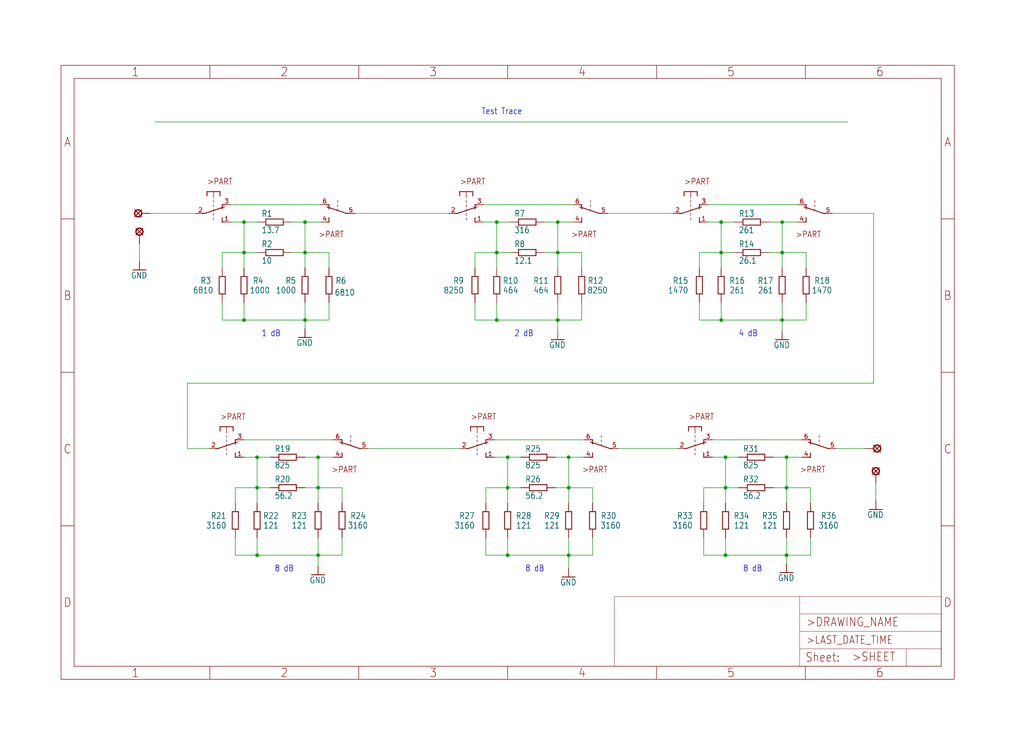
<source format=kicad_sch>
(kicad_sch (version 20211123) (generator eeschema)
  (paper "User" 298.45 217.881)
  (lib_symbols
    (symbol "Attenuator-eagle-import:9077-2"
      (symbol "9077-2_1_0"
        (polyline (pts (xy -6.35 -1.905) (xy -5.08 -1.905)) (stroke (width 0.254)))
        (polyline (pts (xy -6.35 0) (xy -6.35 -1.905)) (stroke (width 0.254)))
        (polyline (pts (xy -6.35 0) (xy -4.445 0)) (stroke (width 0.1524)))
        (polyline (pts (xy -6.35 1.905) (xy -6.35 0)) (stroke (width 0.254)))
        (polyline (pts (xy -6.35 1.905) (xy -5.08 1.905)) (stroke (width 0.254)))
        (polyline (pts (xy -3.175 0) (xy -3.81 0)) (stroke (width 0.1524)))
        (polyline (pts (xy -2.54 2.54) (xy -2.54 3.175)) (stroke (width 0.254)))
        (polyline (pts (xy -2.54 2.54) (xy -1.27 2.54)) (stroke (width 0.254)))
        (polyline (pts (xy -1.905 0) (xy -2.54 0)) (stroke (width 0.1524)))
        (polyline (pts (xy -0.635 0) (xy -1.27 0)) (stroke (width 0.1524)))
        (polyline (pts (xy 0 -3.175) (xy 0 -2.54)) (stroke (width 0.254)))
        (polyline (pts (xy 0 -2.54) (xy -1.905 3.175)) (stroke (width 0.254)))
        (polyline (pts (xy 0.635 0) (xy 0 0)) (stroke (width 0.1524)))
        (polyline (pts (xy 1.27 2.54) (xy 2.54 2.54)) (stroke (width 0.254)))
        (polyline (pts (xy 1.905 0) (xy 1.27 0)) (stroke (width 0.1524)))
        (polyline (pts (xy 2.54 2.54) (xy 2.54 3.175)) (stroke (width 0.254)))
        (text ">PART" (at -8.255 -1.905 900) (effects (font (size 1.778 1.5113)) (justify left bottom)))
        (pin passive line (at 2.54 5.08 270) (length 2.54) (name "S") (number "1"))
        (pin passive line (at 0 -5.08 90) (length 2.54) (name "P") (number "2"))
        (pin passive line (at -2.54 5.08 270) (length 2.54) (name "O") (number "3"))
      )
      (symbol "9077-2_2_0"
        (polyline (pts (xy -3.175 0) (xy -3.81 0)) (stroke (width 0.1524)))
        (polyline (pts (xy -2.54 2.54) (xy -2.54 3.175)) (stroke (width 0.254)))
        (polyline (pts (xy -2.54 2.54) (xy -1.27 2.54)) (stroke (width 0.254)))
        (polyline (pts (xy -1.905 0) (xy -2.54 0)) (stroke (width 0.1524)))
        (polyline (pts (xy -0.889 0) (xy -1.27 0)) (stroke (width 0.1524)))
        (polyline (pts (xy 0 -3.175) (xy 0 -2.54)) (stroke (width 0.254)))
        (polyline (pts (xy 0 -2.54) (xy -1.905 3.175)) (stroke (width 0.254)))
        (polyline (pts (xy 1.27 2.54) (xy 2.54 2.54)) (stroke (width 0.254)))
        (polyline (pts (xy 2.54 2.54) (xy 2.54 3.175)) (stroke (width 0.254)))
        (text ">PART" (at 5.08 -1.905 900) (effects (font (size 1.778 1.5113)) (justify left bottom)))
        (pin passive line (at 2.54 5.08 270) (length 2.54) (name "S") (number "4"))
        (pin passive line (at 0 -5.08 90) (length 2.54) (name "P") (number "5"))
        (pin passive line (at -2.54 5.08 270) (length 2.54) (name "O") (number "6"))
      )
    )
    (symbol "Attenuator-eagle-import:A4L-LOC"
      (symbol "A4L-LOC_1_0"
        (polyline (pts (xy 0 44.7675) (xy 3.81 44.7675)))
        (polyline (pts (xy 0 89.535) (xy 3.81 89.535)))
        (polyline (pts (xy 0 134.3025) (xy 3.81 134.3025)))
        (polyline (pts (xy 3.81 3.81) (xy 3.81 175.26)))
        (polyline (pts (xy 43.3917 0) (xy 43.3917 3.81)))
        (polyline (pts (xy 43.3917 175.26) (xy 43.3917 179.07)))
        (polyline (pts (xy 86.7833 0) (xy 86.7833 3.81)))
        (polyline (pts (xy 86.7833 175.26) (xy 86.7833 179.07)))
        (polyline (pts (xy 130.175 0) (xy 130.175 3.81)))
        (polyline (pts (xy 130.175 175.26) (xy 130.175 179.07)))
        (polyline (pts (xy 161.29 3.81) (xy 161.29 24.13)) (stroke (width 0.1016)))
        (polyline (pts (xy 161.29 24.13) (xy 215.265 24.13)) (stroke (width 0.1016)))
        (polyline (pts (xy 173.5667 0) (xy 173.5667 3.81)))
        (polyline (pts (xy 173.5667 175.26) (xy 173.5667 179.07)))
        (polyline (pts (xy 215.265 8.89) (xy 215.265 3.81)) (stroke (width 0.1016)))
        (polyline (pts (xy 215.265 8.89) (xy 215.265 13.97)) (stroke (width 0.1016)))
        (polyline (pts (xy 215.265 13.97) (xy 215.265 19.05)) (stroke (width 0.1016)))
        (polyline (pts (xy 215.265 13.97) (xy 256.54 13.97)) (stroke (width 0.1016)))
        (polyline (pts (xy 215.265 19.05) (xy 215.265 24.13)) (stroke (width 0.1016)))
        (polyline (pts (xy 215.265 19.05) (xy 256.54 19.05)) (stroke (width 0.1016)))
        (polyline (pts (xy 215.265 24.13) (xy 256.54 24.13)) (stroke (width 0.1016)))
        (polyline (pts (xy 216.9583 0) (xy 216.9583 3.81)))
        (polyline (pts (xy 216.9583 175.26) (xy 216.9583 179.07)))
        (polyline (pts (xy 246.38 3.81) (xy 246.38 8.89)) (stroke (width 0.1016)))
        (polyline (pts (xy 246.38 8.89) (xy 215.265 8.89)) (stroke (width 0.1016)))
        (polyline (pts (xy 246.38 8.89) (xy 256.54 8.89)) (stroke (width 0.1016)))
        (polyline (pts (xy 256.54 3.81) (xy 3.81 3.81)))
        (polyline (pts (xy 256.54 3.81) (xy 256.54 8.89)) (stroke (width 0.1016)))
        (polyline (pts (xy 256.54 3.81) (xy 256.54 175.26)))
        (polyline (pts (xy 256.54 8.89) (xy 256.54 13.97)) (stroke (width 0.1016)))
        (polyline (pts (xy 256.54 13.97) (xy 256.54 19.05)) (stroke (width 0.1016)))
        (polyline (pts (xy 256.54 19.05) (xy 256.54 24.13)) (stroke (width 0.1016)))
        (polyline (pts (xy 256.54 44.7675) (xy 260.35 44.7675)))
        (polyline (pts (xy 256.54 89.535) (xy 260.35 89.535)))
        (polyline (pts (xy 256.54 134.3025) (xy 260.35 134.3025)))
        (polyline (pts (xy 256.54 175.26) (xy 3.81 175.26)))
        (polyline (pts (xy 0 0) (xy 260.35 0) (xy 260.35 179.07) (xy 0 179.07) (xy 0 0)))
        (text "1" (at 21.6958 1.905 0) (effects (font (size 2.54 2.286))))
        (text "1" (at 21.6958 177.165 0) (effects (font (size 2.54 2.286))))
        (text "2" (at 65.0875 1.905 0) (effects (font (size 2.54 2.286))))
        (text "2" (at 65.0875 177.165 0) (effects (font (size 2.54 2.286))))
        (text "3" (at 108.4792 1.905 0) (effects (font (size 2.54 2.286))))
        (text "3" (at 108.4792 177.165 0) (effects (font (size 2.54 2.286))))
        (text "4" (at 151.8708 1.905 0) (effects (font (size 2.54 2.286))))
        (text "4" (at 151.8708 177.165 0) (effects (font (size 2.54 2.286))))
        (text "5" (at 195.2625 1.905 0) (effects (font (size 2.54 2.286))))
        (text "5" (at 195.2625 177.165 0) (effects (font (size 2.54 2.286))))
        (text "6" (at 238.6542 1.905 0) (effects (font (size 2.54 2.286))))
        (text "6" (at 238.6542 177.165 0) (effects (font (size 2.54 2.286))))
        (text ">DRAWING_NAME" (at 217.17 15.24 0) (effects (font (size 2.54 2.159)) (justify left bottom)))
        (text ">LAST_DATE_TIME" (at 217.17 10.16 0) (effects (font (size 2.286 1.9431)) (justify left bottom)))
        (text ">SHEET" (at 230.505 5.08 0) (effects (font (size 2.54 2.159)) (justify left bottom)))
        (text "A" (at 1.905 156.6863 0) (effects (font (size 2.54 2.286))))
        (text "A" (at 258.445 156.6863 0) (effects (font (size 2.54 2.286))))
        (text "B" (at 1.905 111.9188 0) (effects (font (size 2.54 2.286))))
        (text "B" (at 258.445 111.9188 0) (effects (font (size 2.54 2.286))))
        (text "C" (at 1.905 67.1513 0) (effects (font (size 2.54 2.286))))
        (text "C" (at 258.445 67.1513 0) (effects (font (size 2.54 2.286))))
        (text "D" (at 1.905 22.3838 0) (effects (font (size 2.54 2.286))))
        (text "D" (at 258.445 22.3838 0) (effects (font (size 2.54 2.286))))
        (text "Sheet:" (at 216.916 4.953 0) (effects (font (size 2.54 2.159)) (justify left bottom)))
      )
    )
    (symbol "Attenuator-eagle-import:GND" (power)
      (property "Value" "GND" (at -2.54 -2.54 0))
      (symbol "GND_1_0"
        (polyline (pts (xy -1.905 0) (xy 1.905 0)) (stroke (width 0.254)))
        (pin power_in line (at 0 2.54 270) (length 2.54) (name "GND") (number "1"))
      )
    )
    (symbol "Attenuator-eagle-import:R-EU_R0603"
      (property "Reference" "R" (at -3.81 1.4986 0))
      (property "Value" "R-EU_R0603" (at -3.81 -3.302 0))
      (symbol "R-EU_R0603_1_0"
        (polyline (pts (xy -2.54 -0.889) (xy -2.54 0.889)) (stroke (width 0.254)))
        (polyline (pts (xy -2.54 -0.889) (xy 2.54 -0.889)) (stroke (width 0.254)))
        (polyline (pts (xy 2.54 -0.889) (xy 2.54 0.889)) (stroke (width 0.254)))
        (polyline (pts (xy 2.54 0.889) (xy -2.54 0.889)) (stroke (width 0.254)))
        (pin passive line (at -5.08 0 0) (length 2.54) (name "1") (number "1"))
        (pin passive line (at 5.08 0 180) (length 2.54) (name "2") (number "2"))
      )
    )
    (symbol "Attenuator-eagle-import:SE13"
      (symbol "SE13_1_0"
        (polyline (pts (xy -1.016 0) (xy 1.016 2.032)) (stroke (width 0.254)))
        (polyline (pts (xy -1.016 2.032) (xy 1.016 0)) (stroke (width 0.254)))
        (circle (center 0 1.016) (radius 1.016) (stroke (width 0.4064)))
        (pin passive line (at 0 -2.54 90) (length 2.54) (name "MP") (number "MP"))
      )
    )
  )
  (junction (at 211.455 133.35))
  (junction (at 144.78 93.345))
  (junction (at 147.955 133.35))
  (junction (at 74.93 133.35))
  (junction (at 227.965 73.66))
  (junction (at 211.455 161.925))
  (junction (at 88.9 93.345))
  (junction (at 210.185 93.345))
  (junction (at 165.735 142.24))
  (junction (at 147.955 161.925))
  (junction (at 74.93 142.24))
  (junction (at 162.56 64.77))
  (junction (at 92.71 161.925))
  (junction (at 210.185 64.77))
  (junction (at 227.965 64.77))
  (junction (at 165.735 161.925))
  (junction (at 229.235 142.24))
  (junction (at 71.12 73.66))
  (junction (at 144.78 73.66))
  (junction (at 71.12 93.345))
  (junction (at 162.56 73.66))
  (junction (at 162.56 93.345))
  (junction (at 210.185 73.66))
  (junction (at 165.735 133.35))
  (junction (at 144.78 64.77))
  (junction (at 71.12 64.77))
  (junction (at 92.71 133.35))
  (junction (at 229.235 161.925))
  (junction (at 147.955 142.24))
  (junction (at 88.9 73.66))
  (junction (at 227.965 93.345))
  (junction (at 229.235 133.35))
  (junction (at 211.455 142.24))
  (junction (at 74.93 161.925))
  (junction (at 88.9 64.77))
  (junction (at 92.71 142.24))
  (wire (pts (xy 161.925 142.24) (xy 165.735 142.24)))
  (wire (pts (xy 43.815 62.23) (xy 57.15 62.23)))
  (wire (pts (xy 144.78 88.265) (xy 144.78 93.345)))
  (wire (pts (xy 234.95 93.345) (xy 234.95 88.265)))
  (wire (pts (xy 207.645 133.35) (xy 211.455 133.35)))
  (wire (pts (xy 88.9 93.345) (xy 95.885 93.345)))
  (wire (pts (xy 207.645 128.27) (xy 233.68 128.27)))
  (wire (pts (xy 255.27 140.97) (xy 255.27 146.05)))
  (wire (pts (xy 232.41 64.77) (xy 227.965 64.77)))
  (wire (pts (xy 236.22 142.24) (xy 236.22 146.685)))
  (wire (pts (xy 141.605 161.925) (xy 147.955 161.925)))
  (wire (pts (xy 92.71 133.35) (xy 92.71 142.24)))
  (wire (pts (xy 205.105 156.845) (xy 205.105 161.925)))
  (wire (pts (xy 162.56 88.265) (xy 162.56 93.345)))
  (wire (pts (xy 169.545 93.345) (xy 169.545 88.265)))
  (wire (pts (xy 144.145 133.35) (xy 147.955 133.35)))
  (wire (pts (xy 167.005 64.77) (xy 162.56 64.77)))
  (wire (pts (xy 205.105 142.24) (xy 211.455 142.24)))
  (wire (pts (xy 107.315 130.81) (xy 133.985 130.81)))
  (wire (pts (xy 224.155 64.77) (xy 227.965 64.77)))
  (wire (pts (xy 229.235 142.24) (xy 236.22 142.24)))
  (wire (pts (xy 211.455 161.925) (xy 229.235 161.925)))
  (wire (pts (xy 144.78 73.66) (xy 144.78 78.105)))
  (wire (pts (xy 177.165 62.23) (xy 196.215 62.23)))
  (wire (pts (xy 170.18 133.35) (xy 165.735 133.35)))
  (wire (pts (xy 158.75 73.66) (xy 162.56 73.66)))
  (wire (pts (xy 68.58 156.845) (xy 68.58 161.925)))
  (wire (pts (xy 92.71 142.24) (xy 92.71 146.685)))
  (wire (pts (xy 85.09 73.66) (xy 88.9 73.66)))
  (wire (pts (xy 229.235 164.465) (xy 229.235 161.925)))
  (wire (pts (xy 141.605 142.24) (xy 147.955 142.24)))
  (wire (pts (xy 172.72 161.925) (xy 172.72 156.845)))
  (wire (pts (xy 165.735 142.24) (xy 165.735 146.685)))
  (wire (pts (xy 68.58 146.685) (xy 68.58 142.24)))
  (wire (pts (xy 144.145 128.27) (xy 170.18 128.27)))
  (wire (pts (xy 227.965 73.66) (xy 234.95 73.66)))
  (wire (pts (xy 210.185 88.265) (xy 210.185 93.345)))
  (wire (pts (xy 88.9 133.35) (xy 92.71 133.35)))
  (wire (pts (xy 71.12 128.27) (xy 97.155 128.27)))
  (wire (pts (xy 40.64 71.12) (xy 40.64 76.2)))
  (wire (pts (xy 74.93 73.66) (xy 71.12 73.66)))
  (wire (pts (xy 180.34 130.81) (xy 197.485 130.81)))
  (wire (pts (xy 169.545 73.66) (xy 169.545 78.105)))
  (wire (pts (xy 74.93 161.925) (xy 92.71 161.925)))
  (wire (pts (xy 88.9 73.66) (xy 88.9 78.105)))
  (wire (pts (xy 211.455 156.845) (xy 211.455 161.925)))
  (wire (pts (xy 213.995 73.66) (xy 210.185 73.66)))
  (wire (pts (xy 141.605 156.845) (xy 141.605 161.925)))
  (wire (pts (xy 74.93 156.845) (xy 74.93 161.925)))
  (wire (pts (xy 88.9 73.66) (xy 95.885 73.66)))
  (wire (pts (xy 147.955 161.925) (xy 165.735 161.925)))
  (wire (pts (xy 229.235 133.35) (xy 229.235 142.24)))
  (wire (pts (xy 64.77 93.345) (xy 71.12 93.345)))
  (wire (pts (xy 254.635 111.76) (xy 254.635 62.23)))
  (wire (pts (xy 68.58 142.24) (xy 74.93 142.24)))
  (wire (pts (xy 71.12 93.345) (xy 88.9 93.345)))
  (wire (pts (xy 138.43 93.345) (xy 144.78 93.345)))
  (wire (pts (xy 234.95 73.66) (xy 234.95 78.105)))
  (wire (pts (xy 78.74 142.24) (xy 74.93 142.24)))
  (wire (pts (xy 140.97 59.69) (xy 167.005 59.69)))
  (wire (pts (xy 215.265 133.35) (xy 211.455 133.35)))
  (wire (pts (xy 236.22 161.925) (xy 236.22 156.845)))
  (wire (pts (xy 203.835 93.345) (xy 210.185 93.345)))
  (wire (pts (xy 224.155 73.66) (xy 227.965 73.66)))
  (wire (pts (xy 165.735 161.925) (xy 172.72 161.925)))
  (wire (pts (xy 71.12 88.265) (xy 71.12 93.345)))
  (wire (pts (xy 148.59 73.66) (xy 144.78 73.66)))
  (wire (pts (xy 64.77 78.105) (xy 64.77 73.66)))
  (wire (pts (xy 74.93 142.24) (xy 74.93 146.685)))
  (wire (pts (xy 138.43 73.66) (xy 144.78 73.66)))
  (wire (pts (xy 162.56 93.345) (xy 169.545 93.345)))
  (wire (pts (xy 95.885 93.345) (xy 95.885 88.265)))
  (wire (pts (xy 67.31 59.69) (xy 93.345 59.69)))
  (wire (pts (xy 138.43 78.105) (xy 138.43 73.66)))
  (wire (pts (xy 92.71 161.925) (xy 99.695 161.925)))
  (wire (pts (xy 103.505 62.23) (xy 130.81 62.23)))
  (wire (pts (xy 97.155 133.35) (xy 92.71 133.35)))
  (wire (pts (xy 74.93 64.77) (xy 71.12 64.77)))
  (wire (pts (xy 67.31 64.77) (xy 71.12 64.77)))
  (wire (pts (xy 148.59 64.77) (xy 144.78 64.77)))
  (wire (pts (xy 92.71 156.845) (xy 92.71 161.925)))
  (wire (pts (xy 205.105 161.925) (xy 211.455 161.925)))
  (wire (pts (xy 92.71 142.24) (xy 99.695 142.24)))
  (wire (pts (xy 162.56 64.77) (xy 162.56 73.66)))
  (wire (pts (xy 161.925 133.35) (xy 165.735 133.35)))
  (wire (pts (xy 229.235 142.24) (xy 229.235 146.685)))
  (wire (pts (xy 71.12 64.77) (xy 71.12 73.66)))
  (wire (pts (xy 227.965 96.52) (xy 227.965 93.345)))
  (wire (pts (xy 138.43 88.265) (xy 138.43 93.345)))
  (wire (pts (xy 227.965 64.77) (xy 227.965 73.66)))
  (wire (pts (xy 140.97 64.77) (xy 144.78 64.77)))
  (wire (pts (xy 227.965 93.345) (xy 234.95 93.345)))
  (wire (pts (xy 147.955 142.24) (xy 147.955 146.685)))
  (wire (pts (xy 165.735 133.35) (xy 165.735 142.24)))
  (wire (pts (xy 64.77 73.66) (xy 71.12 73.66)))
  (wire (pts (xy 165.735 156.845) (xy 165.735 161.925)))
  (wire (pts (xy 206.375 64.77) (xy 210.185 64.77)))
  (wire (pts (xy 227.965 73.66) (xy 227.965 78.105)))
  (wire (pts (xy 162.56 96.52) (xy 162.56 93.345)))
  (wire (pts (xy 203.835 73.66) (xy 210.185 73.66)))
  (wire (pts (xy 225.425 133.35) (xy 229.235 133.35)))
  (wire (pts (xy 144.78 64.77) (xy 144.78 73.66)))
  (wire (pts (xy 165.735 142.24) (xy 172.72 142.24)))
  (wire (pts (xy 213.995 64.77) (xy 210.185 64.77)))
  (wire (pts (xy 206.375 59.69) (xy 232.41 59.69)))
  (wire (pts (xy 88.9 142.24) (xy 92.71 142.24)))
  (wire (pts (xy 71.12 133.35) (xy 74.93 133.35)))
  (wire (pts (xy 203.835 88.265) (xy 203.835 93.345)))
  (wire (pts (xy 172.72 142.24) (xy 172.72 146.685)))
  (wire (pts (xy 78.74 133.35) (xy 74.93 133.35)))
  (wire (pts (xy 211.455 133.35) (xy 211.455 142.24)))
  (wire (pts (xy 151.765 142.24) (xy 147.955 142.24)))
  (wire (pts (xy 64.77 88.265) (xy 64.77 93.345)))
  (wire (pts (xy 54.61 111.76) (xy 254.635 111.76)))
  (wire (pts (xy 99.695 161.925) (xy 99.695 156.845)))
  (wire (pts (xy 95.885 73.66) (xy 95.885 78.105)))
  (wire (pts (xy 233.68 133.35) (xy 229.235 133.35)))
  (wire (pts (xy 225.425 142.24) (xy 229.235 142.24)))
  (wire (pts (xy 147.955 156.845) (xy 147.955 161.925)))
  (wire (pts (xy 147.955 133.35) (xy 147.955 142.24)))
  (wire (pts (xy 92.71 165.1) (xy 92.71 161.925)))
  (wire (pts (xy 144.78 93.345) (xy 162.56 93.345)))
  (wire (pts (xy 229.235 156.845) (xy 229.235 161.925)))
  (wire (pts (xy 45.085 35.56) (xy 247.015 35.56)))
  (wire (pts (xy 210.185 73.66) (xy 210.185 78.105)))
  (wire (pts (xy 141.605 146.685) (xy 141.605 142.24)))
  (wire (pts (xy 215.265 142.24) (xy 211.455 142.24)))
  (wire (pts (xy 162.56 73.66) (xy 162.56 78.105)))
  (wire (pts (xy 165.735 165.735) (xy 165.735 161.925)))
  (wire (pts (xy 227.965 88.265) (xy 227.965 93.345)))
  (wire (pts (xy 88.9 95.885) (xy 88.9 93.345)))
  (wire (pts (xy 88.9 88.265) (xy 88.9 93.345)))
  (wire (pts (xy 88.9 64.77) (xy 88.9 73.66)))
  (wire (pts (xy 210.185 93.345) (xy 227.965 93.345)))
  (wire (pts (xy 210.185 64.77) (xy 210.185 73.66)))
  (wire (pts (xy 74.93 133.35) (xy 74.93 142.24)))
  (wire (pts (xy 99.695 142.24) (xy 99.695 146.685)))
  (wire (pts (xy 54.61 130.81) (xy 54.61 111.76)))
  (wire (pts (xy 254.635 62.23) (xy 242.57 62.23)))
  (wire (pts (xy 93.345 64.77) (xy 88.9 64.77)))
  (wire (pts (xy 60.96 130.81) (xy 54.61 130.81)))
  (wire (pts (xy 71.12 73.66) (xy 71.12 78.105)))
  (wire (pts (xy 205.105 146.685) (xy 205.105 142.24)))
  (wire (pts (xy 162.56 73.66) (xy 169.545 73.66)))
  (wire (pts (xy 203.835 78.105) (xy 203.835 73.66)))
  (wire (pts (xy 211.455 142.24) (xy 211.455 146.685)))
  (wire (pts (xy 68.58 161.925) (xy 74.93 161.925)))
  (wire (pts (xy 252.095 130.81) (xy 243.84 130.81)))
  (wire (pts (xy 229.235 161.925) (xy 236.22 161.925)))
  (wire (pts (xy 151.765 133.35) (xy 147.955 133.35)))
  (wire (pts (xy 85.09 64.77) (xy 88.9 64.77)))
  (wire (pts (xy 158.75 64.77) (xy 162.56 64.77)))
  (text "Test Trace" (at 140.335 33.655 180) (effects (font (size 1.778 1.5113)) (justify left bottom)))
  (text "1 dB" (at 76.2 98.425 180) (effects (font (size 1.778 1.5113)) (justify left bottom)))
  (text "2 dB" (at 149.86 98.425 180) (effects (font (size 1.778 1.5113)) (justify left bottom)))
  (text "4 dB" (at 215.265 98.425 180) (effects (font (size 1.778 1.5113)) (justify left bottom)))
  (text "8 dB" (at 153.035 167.005 180) (effects (font (size 1.778 1.5113)) (justify left bottom)))
  (text "8 dB" (at 216.535 167.005 180) (effects (font (size 1.778 1.5113)) (justify left bottom)))
  (text "8 dB" (at 80.01 167.005 180) (effects (font (size 1.778 1.5113)) (justify left bottom)))
  (symbol (lib_id "Attenuator-eagle-import:R-EU_R0603") (at 147.955 151.765 90) (unit 1)
    (property "Reference" "R28" (at 154.94 149.4536 90) (effects (font (size 1.778 1.5113)) (justify left bottom)))
    (property "Value" "121" (at 154.94 152.273 90) (effects (font (size 1.778 1.5113)) (justify left bottom)))
    (property "Footprint" "Attenuator:R0603" (effects hide))
  )
  (symbol (lib_id "Attenuator-eagle-import:R-EU_R0603") (at 74.93 151.765 90) (unit 1)
    (property "Reference" "R22" (at 81.28 149.4536 90) (effects (font (size 1.778 1.5113)) (justify left bottom)))
    (property "Value" "121" (at 81.28 152.273 90) (effects (font (size 1.778 1.5113)) (justify left bottom)))
    (property "Footprint" "Attenuator:R0603" (effects hide))
  )
  (symbol (lib_id "Attenuator-eagle-import:R-EU_R0603") (at 172.72 151.765 90) (unit 1)
    (property "Reference" "R30" (at 179.705 149.4536 90) (effects (font (size 1.778 1.5113)) (justify left bottom)))
    (property "Value" "3160" (at 180.975 152.273 90) (effects (font (size 1.778 1.5113)) (justify left bottom)))
    (property "Footprint" "Attenuator:R0603" (effects hide))
  )
  (symbol (lib_id "Attenuator-eagle-import:R-EU_R0603") (at 83.82 142.24 0) (unit 1)
    (property "Reference" "R20" (at 80.01 140.7414 0) (effects (font (size 1.778 1.5113)) (justify left bottom)))
    (property "Value" "56.2" (at 80.01 145.542 0) (effects (font (size 1.778 1.5113)) (justify left bottom)))
    (property "Footprint" "Attenuator:R0603" (effects hide))
  )
  (symbol (lib_id "Attenuator-eagle-import:GND") (at 165.735 168.275 0) (unit 1)
    (property "Reference" "#GND6" (effects hide))
    (property "Value" "GND" (at 163.195 170.815 0) (effects (font (size 1.778 1.5113)) (justify left bottom)))
    (property "Footprint" "Attenuator:" (effects hide))
  )
  (symbol (lib_id "Attenuator-eagle-import:SE13") (at 255.27 138.43 0) (unit 1)
    (property "Reference" "TP4" (effects hide))
    (property "Value" "SE13" (effects hide))
    (property "Footprint" "Attenuator:SE13" (effects hide))
  )
  (symbol (lib_id "Attenuator-eagle-import:R-EU_R0603") (at 141.605 151.765 90) (unit 1)
    (property "Reference" "R27" (at 138.43 149.4536 90) (effects (font (size 1.778 1.5113)) (justify left bottom)))
    (property "Value" "3160" (at 138.43 152.273 90) (effects (font (size 1.778 1.5113)) (justify left bottom)))
    (property "Footprint" "Attenuator:R0603" (effects hide))
  )
  (symbol (lib_id "Attenuator-eagle-import:SE13") (at 254.635 130.81 270) (unit 1)
    (property "Reference" "TP3" (effects hide))
    (property "Value" "SE13" (effects hide))
    (property "Footprint" "Attenuator:SE13" (effects hide))
  )
  (symbol (lib_id "Attenuator-eagle-import:9077-2") (at 98.425 62.23 90) (mirror x) (unit 2)
    (property "Reference" "S1" (effects hide))
    (property "Value" "9077-2" (effects hide))
    (property "Footprint" "Attenuator:9077-2" (effects hide))
  )
  (symbol (lib_id "Attenuator-eagle-import:GND") (at 162.56 99.06 0) (unit 1)
    (property "Reference" "#GND3" (effects hide))
    (property "Value" "GND" (at 160.02 101.6 0) (effects (font (size 1.778 1.5113)) (justify left bottom)))
    (property "Footprint" "Attenuator:" (effects hide))
  )
  (symbol (lib_id "Attenuator-eagle-import:9077-2") (at 202.565 130.81 270) (unit 1)
    (property "Reference" "S6" (effects hide))
    (property "Value" "9077-2" (effects hide))
    (property "Footprint" "Attenuator:9077-2" (effects hide))
  )
  (symbol (lib_id "Attenuator-eagle-import:R-EU_R0603") (at 234.95 83.185 90) (unit 1)
    (property "Reference" "R18" (at 241.935 80.8736 90) (effects (font (size 1.778 1.5113)) (justify left bottom)))
    (property "Value" "1470" (at 242.57 83.693 90) (effects (font (size 1.778 1.5113)) (justify left bottom)))
    (property "Footprint" "Attenuator:R0603" (effects hide))
  )
  (symbol (lib_id "Attenuator-eagle-import:GND") (at 40.64 78.74 0) (unit 1)
    (property "Reference" "#GND7" (effects hide))
    (property "Value" "GND" (at 38.1 81.28 0) (effects (font (size 1.778 1.5113)) (justify left bottom)))
    (property "Footprint" "Attenuator:" (effects hide))
  )
  (symbol (lib_id "Attenuator-eagle-import:R-EU_R0603") (at 80.01 73.66 0) (unit 1)
    (property "Reference" "R2" (at 76.2 72.1614 0) (effects (font (size 1.778 1.5113)) (justify left bottom)))
    (property "Value" "10" (at 76.2 76.962 0) (effects (font (size 1.778 1.5113)) (justify left bottom)))
    (property "Footprint" "Attenuator:R0603" (effects hide))
  )
  (symbol (lib_id "Attenuator-eagle-import:R-EU_R0603") (at 95.885 83.185 90) (unit 1)
    (property "Reference" "R6" (at 100.965 80.8736 90) (effects (font (size 1.778 1.5113)) (justify left bottom)))
    (property "Value" "6810" (at 103.505 84.328 90) (effects (font (size 1.778 1.5113)) (justify left bottom)))
    (property "Footprint" "Attenuator:R0603" (effects hide))
  )
  (symbol (lib_id "Attenuator-eagle-import:9077-2") (at 237.49 62.23 90) (mirror x) (unit 2)
    (property "Reference" "S3" (effects hide))
    (property "Value" "9077-2" (effects hide))
    (property "Footprint" "Attenuator:9077-2" (effects hide))
  )
  (symbol (lib_id "Attenuator-eagle-import:9077-2") (at 66.04 130.81 270) (unit 1)
    (property "Reference" "S4" (effects hide))
    (property "Value" "9077-2" (effects hide))
    (property "Footprint" "Attenuator:9077-2" (effects hide))
  )
  (symbol (lib_id "Attenuator-eagle-import:9077-2") (at 135.89 62.23 270) (unit 1)
    (property "Reference" "S2" (effects hide))
    (property "Value" "9077-2" (effects hide))
    (property "Footprint" "Attenuator:9077-2" (effects hide))
  )
  (symbol (lib_id "Attenuator-eagle-import:R-EU_R0603") (at 144.78 83.185 90) (unit 1)
    (property "Reference" "R10" (at 151.13 80.8736 90) (effects (font (size 1.778 1.5113)) (justify left bottom)))
    (property "Value" "464" (at 151.13 83.693 90) (effects (font (size 1.778 1.5113)) (justify left bottom)))
    (property "Footprint" "Attenuator:R0603" (effects hide))
  )
  (symbol (lib_id "Attenuator-eagle-import:R-EU_R0603") (at 219.075 64.77 0) (unit 1)
    (property "Reference" "R13" (at 215.265 63.2714 0) (effects (font (size 1.778 1.5113)) (justify left bottom)))
    (property "Value" "261" (at 215.265 68.072 0) (effects (font (size 1.778 1.5113)) (justify left bottom)))
    (property "Footprint" "Attenuator:R0603" (effects hide))
  )
  (symbol (lib_id "Attenuator-eagle-import:SE13") (at 41.275 62.23 90) (unit 1)
    (property "Reference" "TP1" (effects hide))
    (property "Value" "SE13" (effects hide))
    (property "Footprint" "Attenuator:SE13" (effects hide))
  )
  (symbol (lib_id "Attenuator-eagle-import:R-EU_R0603") (at 205.105 151.765 90) (unit 1)
    (property "Reference" "R33" (at 201.93 149.4536 90) (effects (font (size 1.778 1.5113)) (justify left bottom)))
    (property "Value" "3160" (at 201.93 152.273 90) (effects (font (size 1.778 1.5113)) (justify left bottom)))
    (property "Footprint" "Attenuator:R0603" (effects hide))
  )
  (symbol (lib_id "Attenuator-eagle-import:A4L-LOC") (at 17.78 198.12 0) (unit 1)
    (property "Reference" "#FRAME1" (effects hide))
    (property "Value" "A4L-LOC" (effects hide))
    (property "Footprint" "Attenuator:" (effects hide))
  )
  (symbol (lib_id "Attenuator-eagle-import:R-EU_R0603") (at 220.345 142.24 0) (unit 1)
    (property "Reference" "R32" (at 216.535 140.7414 0) (effects (font (size 1.778 1.5113)) (justify left bottom)))
    (property "Value" "56.2" (at 216.535 145.542 0) (effects (font (size 1.778 1.5113)) (justify left bottom)))
    (property "Footprint" "Attenuator:R0603" (effects hide))
  )
  (symbol (lib_id "Attenuator-eagle-import:GND") (at 227.965 99.06 0) (unit 1)
    (property "Reference" "#GND4" (effects hide))
    (property "Value" "GND" (at 225.425 101.6 0) (effects (font (size 1.778 1.5113)) (justify left bottom)))
    (property "Footprint" "Attenuator:" (effects hide))
  )
  (symbol (lib_id "Attenuator-eagle-import:R-EU_R0603") (at 236.22 151.765 90) (unit 1)
    (property "Reference" "R36" (at 243.84 149.4536 90) (effects (font (size 1.778 1.5113)) (justify left bottom)))
    (property "Value" "3160" (at 244.475 152.273 90) (effects (font (size 1.778 1.5113)) (justify left bottom)))
    (property "Footprint" "Attenuator:R0603" (effects hide))
  )
  (symbol (lib_id "Attenuator-eagle-import:R-EU_R0603") (at 210.185 83.185 90) (unit 1)
    (property "Reference" "R16" (at 217.17 80.8736 90) (effects (font (size 1.778 1.5113)) (justify left bottom)))
    (property "Value" "261" (at 217.17 83.693 90) (effects (font (size 1.778 1.5113)) (justify left bottom)))
    (property "Footprint" "Attenuator:R0603" (effects hide))
  )
  (symbol (lib_id "Attenuator-eagle-import:GND") (at 255.27 148.59 0) (unit 1)
    (property "Reference" "#GND8" (effects hide))
    (property "Value" "GND" (at 252.73 151.13 0) (effects (font (size 1.778 1.5113)) (justify left bottom)))
    (property "Footprint" "Attenuator:" (effects hide))
  )
  (symbol (lib_id "Attenuator-eagle-import:9077-2") (at 201.295 62.23 270) (unit 1)
    (property "Reference" "S3" (effects hide))
    (property "Value" "9077-2" (effects hide))
    (property "Footprint" "Attenuator:9077-2" (effects hide))
  )
  (symbol (lib_id "Attenuator-eagle-import:9077-2") (at 238.76 130.81 90) (mirror x) (unit 2)
    (property "Reference" "S6" (effects hide))
    (property "Value" "9077-2" (effects hide))
    (property "Footprint" "Attenuator:9077-2" (effects hide))
  )
  (symbol (lib_id "Attenuator-eagle-import:9077-2") (at 102.235 130.81 90) (mirror x) (unit 2)
    (property "Reference" "S4" (effects hide))
    (property "Value" "9077-2" (effects hide))
    (property "Footprint" "Attenuator:9077-2" (effects hide))
  )
  (symbol (lib_id "Attenuator-eagle-import:R-EU_R0603") (at 153.67 64.77 0) (unit 1)
    (property "Reference" "R7" (at 149.86 63.2714 0) (effects (font (size 1.778 1.5113)) (justify left bottom)))
    (property "Value" "316" (at 149.86 68.072 0) (effects (font (size 1.778 1.5113)) (justify left bottom)))
    (property "Footprint" "Attenuator:R0603" (effects hide))
  )
  (symbol (lib_id "Attenuator-eagle-import:9077-2") (at 175.26 130.81 90) (mirror x) (unit 2)
    (property "Reference" "S5" (effects hide))
    (property "Value" "9077-2" (effects hide))
    (property "Footprint" "Attenuator:9077-2" (effects hide))
  )
  (symbol (lib_id "Attenuator-eagle-import:R-EU_R0603") (at 83.82 133.35 0) (unit 1)
    (property "Reference" "R19" (at 80.01 131.8514 0) (effects (font (size 1.778 1.5113)) (justify left bottom)))
    (property "Value" "825" (at 80.01 136.652 0) (effects (font (size 1.778 1.5113)) (justify left bottom)))
    (property "Footprint" "Attenuator:R0603" (effects hide))
  )
  (symbol (lib_id "Attenuator-eagle-import:9077-2") (at 62.23 62.23 270) (unit 1)
    (property "Reference" "S1" (effects hide))
    (property "Value" "9077-2" (effects hide))
    (property "Footprint" "Attenuator:9077-2" (effects hide))
  )
  (symbol (lib_id "Attenuator-eagle-import:R-EU_R0603") (at 138.43 83.185 90) (unit 1)
    (property "Reference" "R9" (at 135.255 80.8736 90) (effects (font (size 1.778 1.5113)) (justify left bottom)))
    (property "Value" "8250" (at 135.255 83.693 90) (effects (font (size 1.778 1.5113)) (justify left bottom)))
    (property "Footprint" "Attenuator:R0603" (effects hide))
  )
  (symbol (lib_id "Attenuator-eagle-import:R-EU_R0603") (at 219.075 73.66 0) (unit 1)
    (property "Reference" "R14" (at 215.265 72.1614 0) (effects (font (size 1.778 1.5113)) (justify left bottom)))
    (property "Value" "26.1" (at 215.265 76.962 0) (effects (font (size 1.778 1.5113)) (justify left bottom)))
    (property "Footprint" "Attenuator:R0603" (effects hide))
  )
  (symbol (lib_id "Attenuator-eagle-import:SE13") (at 40.64 68.58 0) (unit 1)
    (property "Reference" "TP2" (effects hide))
    (property "Value" "SE13" (effects hide))
    (property "Footprint" "Attenuator:SE13" (effects hide))
  )
  (symbol (lib_id "Attenuator-eagle-import:R-EU_R0603") (at 227.965 83.185 90) (unit 1)
    (property "Reference" "R17" (at 225.425 80.8736 90) (effects (font (size 1.778 1.5113)) (justify left bottom)))
    (property "Value" "261" (at 225.425 83.693 90) (effects (font (size 1.778 1.5113)) (justify left bottom)))
    (property "Footprint" "Attenuator:R0603" (effects hide))
  )
  (symbol (lib_id "Attenuator-eagle-import:R-EU_R0603") (at 162.56 83.185 90) (unit 1)
    (property "Reference" "R11" (at 160.02 80.8736 90) (effects (font (size 1.778 1.5113)) (justify left bottom)))
    (property "Value" "464" (at 160.02 83.693 90) (effects (font (size 1.778 1.5113)) (justify left bottom)))
    (property "Footprint" "Attenuator:R0603" (effects hide))
  )
  (symbol (lib_id "Attenuator-eagle-import:R-EU_R0603") (at 220.345 133.35 0) (unit 1)
    (property "Reference" "R31" (at 216.535 131.8514 0) (effects (font (size 1.778 1.5113)) (justify left bottom)))
    (property "Value" "825" (at 216.535 136.652 0) (effects (font (size 1.778 1.5113)) (justify left bottom)))
    (property "Footprint" "Attenuator:R0603" (effects hide))
  )
  (symbol (lib_id "Attenuator-eagle-import:R-EU_R0603") (at 99.695 151.765 90) (unit 1)
    (property "Reference" "R24" (at 106.68 149.4536 90) (effects (font (size 1.778 1.5113)) (justify left bottom)))
    (property "Value" "3160" (at 107.315 152.273 90) (effects (font (size 1.778 1.5113)) (justify left bottom)))
    (property "Footprint" "Attenuator:R0603" (effects hide))
  )
  (symbol (lib_id "Attenuator-eagle-import:R-EU_R0603") (at 203.835 83.185 90) (unit 1)
    (property "Reference" "R15" (at 200.66 80.8736 90) (effects (font (size 1.778 1.5113)) (justify left bottom)))
    (property "Value" "1470" (at 200.66 83.693 90) (effects (font (size 1.778 1.5113)) (justify left bottom)))
    (property "Footprint" "Attenuator:R0603" (effects hide))
  )
  (symbol (lib_id "Attenuator-eagle-import:GND") (at 92.71 167.64 0) (unit 1)
    (property "Reference" "#GND5" (effects hide))
    (property "Value" "GND" (at 90.17 170.18 0) (effects (font (size 1.778 1.5113)) (justify left bottom)))
    (property "Footprint" "Attenuator:" (effects hide))
  )
  (symbol (lib_id "Attenuator-eagle-import:R-EU_R0603") (at 68.58 151.765 90) (unit 1)
    (property "Reference" "R21" (at 66.04 149.4536 90) (effects (font (size 1.778 1.5113)) (justify left bottom)))
    (property "Value" "3160" (at 66.04 152.273 90) (effects (font (size 1.778 1.5113)) (justify left bottom)))
    (property "Footprint" "Attenuator:R0603" (effects hide))
  )
  (symbol (lib_id "Attenuator-eagle-import:9077-2") (at 139.065 130.81 270) (unit 1)
    (property "Reference" "S5" (effects hide))
    (property "Value" "9077-2" (effects hide))
    (property "Footprint" "Attenuator:9077-2" (effects hide))
  )
  (symbol (lib_id "Attenuator-eagle-import:R-EU_R0603") (at 92.71 151.765 90) (unit 1)
    (property "Reference" "R23" (at 89.535 149.4536 90) (effects (font (size 1.778 1.5113)) (justify left bottom)))
    (property "Value" "121" (at 89.535 152.273 90) (effects (font (size 1.778 1.5113)) (justify left bottom)))
    (property "Footprint" "Attenuator:R0603" (effects hide))
  )
  (symbol (lib_id "Attenuator-eagle-import:R-EU_R0603") (at 80.01 64.77 0) (unit 1)
    (property "Reference" "R1" (at 76.2 63.2714 0) (effects (font (size 1.778 1.5113)) (justify left bottom)))
    (property "Value" "13.7" (at 76.2 68.072 0) (effects (font (size 1.778 1.5113)) (justify left bottom)))
    (property "Footprint" "Attenuator:R0603" (effects hide))
  )
  (symbol (lib_id "Attenuator-eagle-import:R-EU_R0603") (at 153.67 73.66 0) (unit 1)
    (property "Reference" "R8" (at 149.86 72.1614 0) (effects (font (size 1.778 1.5113)) (justify left bottom)))
    (property "Value" "12.1" (at 149.86 76.962 0) (effects (font (size 1.778 1.5113)) (justify left bottom)))
    (property "Footprint" "Attenuator:R0603" (effects hide))
  )
  (symbol (lib_id "Attenuator-eagle-import:GND") (at 88.9 98.425 0) (unit 1)
    (property "Reference" "#GND2" (effects hide))
    (property "Value" "GND" (at 86.36 100.965 0) (effects (font (size 1.778 1.5113)) (justify left bottom)))
    (property "Footprint" "Attenuator:" (effects hide))
  )
  (symbol (lib_id "Attenuator-eagle-import:R-EU_R0603") (at 165.735 151.765 90) (unit 1)
    (property "Reference" "R29" (at 163.195 149.4536 90) (effects (font (size 1.778 1.5113)) (justify left bottom)))
    (property "Value" "121" (at 163.195 152.273 90) (effects (font (size 1.778 1.5113)) (justify left bottom)))
    (property "Footprint" "Attenuator:R0603" (effects hide))
  )
  (symbol (lib_id "Attenuator-eagle-import:R-EU_R0603") (at 64.77 83.185 90) (unit 1)
    (property "Reference" "R3" (at 61.595 80.8736 90) (effects (font (size 1.778 1.5113)) (justify left bottom)))
    (property "Value" "6810" (at 62.23 83.693 90) (effects (font (size 1.778 1.5113)) (justify left bottom)))
    (property "Footprint" "Attenuator:R0603" (effects hide))
  )
  (symbol (lib_id "Attenuator-eagle-import:R-EU_R0603") (at 211.455 151.765 90) (unit 1)
    (property "Reference" "R34" (at 218.44 149.4536 90) (effects (font (size 1.778 1.5113)) (justify left bottom)))
    (property "Value" "121" (at 218.44 152.273 90) (effects (font (size 1.778 1.5113)) (justify left bottom)))
    (property "Footprint" "Attenuator:R0603" (effects hide))
  )
  (symbol (lib_id "Attenuator-eagle-import:R-EU_R0603") (at 229.235 151.765 90) (unit 1)
    (property "Reference" "R35" (at 226.695 149.4536 90) (effects (font (size 1.778 1.5113)) (justify left bottom)))
    (property "Value" "121" (at 226.695 152.273 90) (effects (font (size 1.778 1.5113)) (justify left bottom)))
    (property "Footprint" "Attenuator:R0603" (effects hide))
  )
  (symbol (lib_id "Attenuator-eagle-import:R-EU_R0603") (at 169.545 83.185 90) (unit 1)
    (property "Reference" "R12" (at 175.895 80.8736 90) (effects (font (size 1.778 1.5113)) (justify left bottom)))
    (property "Value" "8250" (at 177.165 83.693 90) (effects (font (size 1.778 1.5113)) (justify left bottom)))
    (property "Footprint" "Attenuator:R0603" (effects hide))
  )
  (symbol (lib_id "Attenuator-eagle-import:GND") (at 229.235 167.005 0) (unit 1)
    (property "Reference" "#GND1" (effects hide))
    (property "Value" "GND" (at 226.695 169.545 0) (effects (font (size 1.778 1.5113)) (justify left bottom)))
    (property "Footprint" "Attenuator:" (effects hide))
  )
  (symbol (lib_id "Attenuator-eagle-import:R-EU_R0603") (at 156.845 142.24 0) (unit 1)
    (property "Reference" "R26" (at 153.035 140.7414 0) (effects (font (size 1.778 1.5113)) (justify left bottom)))
    (property "Value" "56.2" (at 153.035 145.542 0) (effects (font (size 1.778 1.5113)) (justify left bottom)))
    (property "Footprint" "Attenuator:R0603" (effects hide))
  )
  (symbol (lib_id "Attenuator-eagle-import:R-EU_R0603") (at 156.845 133.35 0) (unit 1)
    (property "Reference" "R25" (at 153.035 131.8514 0) (effects (font (size 1.778 1.5113)) (justify left bottom)))
    (property "Value" "825" (at 153.035 136.652 0) (effects (font (size 1.778 1.5113)) (justify left bottom)))
    (property "Footprint" "Attenuator:R0603" (effects hide))
  )
  (symbol (lib_id "Attenuator-eagle-import:9077-2") (at 172.085 62.23 90) (mirror x) (unit 2)
    (property "Reference" "S2" (effects hide))
    (property "Value" "9077-2" (effects hide))
    (property "Footprint" "Attenuator:9077-2" (effects hide))
  )
  (symbol (lib_id "Attenuator-eagle-import:R-EU_R0603") (at 88.9 83.185 90) (unit 1)
    (property "Reference" "R5" (at 86.36 80.8736 90) (effects (font (size 1.778 1.5113)) (justify left bottom)))
    (property "Value" "1000" (at 86.36 83.693 90) (effects (font (size 1.778 1.5113)) (justify left bottom)))
    (property "Footprint" "Attenuator:R0603" (effects hide))
  )
  (symbol (lib_id "Attenuator-eagle-import:R-EU_R0603") (at 71.12 83.185 90) (unit 1)
    (property "Reference" "R4" (at 76.835 80.8736 90) (effects (font (size 1.778 1.5113)) (justify left bottom)))
    (property "Value" "1000" (at 78.74 83.693 90) (effects (font (size 1.778 1.5113)) (justify left bottom)))
    (property "Footprint" "Attenuator:R0603" (effects hide))
  )
)
</source>
